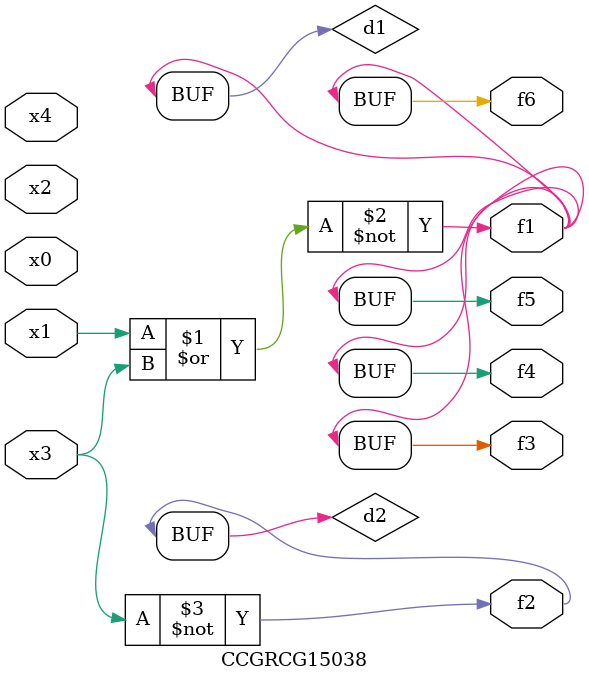
<source format=v>
module CCGRCG15038(
	input x0, x1, x2, x3, x4,
	output f1, f2, f3, f4, f5, f6
);

	wire d1, d2;

	nor (d1, x1, x3);
	not (d2, x3);
	assign f1 = d1;
	assign f2 = d2;
	assign f3 = d1;
	assign f4 = d1;
	assign f5 = d1;
	assign f6 = d1;
endmodule

</source>
